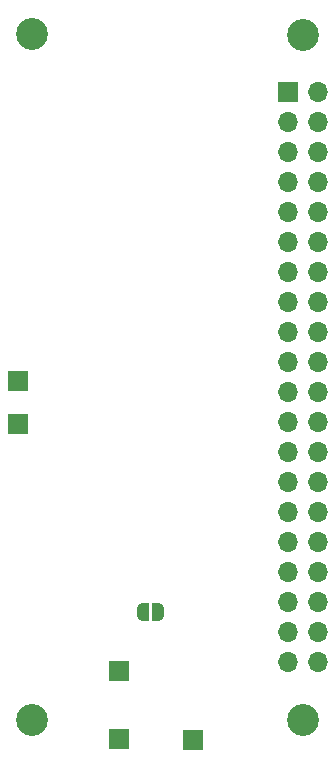
<source format=gbr>
%TF.GenerationSoftware,KiCad,Pcbnew,7.0.2-0*%
%TF.CreationDate,2024-01-15T07:51:27+01:00*%
%TF.ProjectId,dac,6461632e-6b69-4636-9164-5f7063625858,rev?*%
%TF.SameCoordinates,Original*%
%TF.FileFunction,Soldermask,Bot*%
%TF.FilePolarity,Negative*%
%FSLAX46Y46*%
G04 Gerber Fmt 4.6, Leading zero omitted, Abs format (unit mm)*
G04 Created by KiCad (PCBNEW 7.0.2-0) date 2024-01-15 07:51:27*
%MOMM*%
%LPD*%
G01*
G04 APERTURE LIST*
G04 Aperture macros list*
%AMFreePoly0*
4,1,19,0.000000,0.744911,0.071157,0.744911,0.207708,0.704816,0.327430,0.627875,0.420627,0.520320,0.479746,0.390866,0.500000,0.250000,0.500000,-0.250000,0.479746,-0.390866,0.420627,-0.520320,0.327430,-0.627875,0.207708,-0.704816,0.071157,-0.744911,0.000000,-0.744911,0.000000,-0.750000,-0.500000,-0.750000,-0.500000,0.750000,0.000000,0.750000,0.000000,0.744911,0.000000,0.744911,
$1*%
%AMFreePoly1*
4,1,19,0.500000,-0.750000,0.000000,-0.750000,0.000000,-0.744911,-0.071157,-0.744911,-0.207708,-0.704816,-0.327430,-0.627875,-0.420627,-0.520320,-0.479746,-0.390866,-0.500000,-0.250000,-0.500000,0.250000,-0.479746,0.390866,-0.420627,0.520320,-0.327430,0.627875,-0.207708,0.704816,-0.071157,0.744911,0.000000,0.744911,0.000000,0.750000,0.500000,0.750000,0.500000,-0.750000,0.500000,-0.750000,
$1*%
G04 Aperture macros list end*
%ADD10FreePoly0,180.000000*%
%ADD11FreePoly1,180.000000*%
%ADD12R,1.700000X1.700000*%
%ADD13O,1.700000X1.700000*%
%ADD14C,2.700000*%
G04 APERTURE END LIST*
D10*
%TO.C,NT2*%
X56500000Y-100650000D03*
D11*
X57800000Y-100650000D03*
%TD*%
D12*
%TO.C,J1*%
X68800000Y-56650000D03*
D13*
X71340000Y-56650000D03*
X68800000Y-59190000D03*
X71340000Y-59190000D03*
X68800000Y-61730000D03*
X71340000Y-61730000D03*
X68800000Y-64270000D03*
X71340000Y-64270000D03*
X68800000Y-66810000D03*
X71340000Y-66810000D03*
X68800000Y-69350000D03*
X71340000Y-69350000D03*
X68800000Y-71890000D03*
X71340000Y-71890000D03*
X68800000Y-74430000D03*
X71340000Y-74430000D03*
X68800000Y-76970000D03*
X71340000Y-76970000D03*
X68800000Y-79510000D03*
X71340000Y-79510000D03*
X68800000Y-82050000D03*
X71340000Y-82050000D03*
X68800000Y-84590000D03*
X71340000Y-84590000D03*
X68800000Y-87130000D03*
X71340000Y-87130000D03*
X68800000Y-89670000D03*
X71340000Y-89670000D03*
X68800000Y-92210000D03*
X71340000Y-92210000D03*
X68800000Y-94750000D03*
X71340000Y-94750000D03*
X68800000Y-97290000D03*
X71340000Y-97290000D03*
X68800000Y-99830000D03*
X71340000Y-99830000D03*
X68800000Y-102370000D03*
X71340000Y-102370000D03*
X68800000Y-104910000D03*
X71340000Y-104910000D03*
%TD*%
D14*
%TO.C,H4*%
X47066200Y-109778800D03*
%TD*%
%TO.C,H3*%
X70078600Y-109778800D03*
%TD*%
%TO.C,H2*%
X70078600Y-51790600D03*
%TD*%
%TO.C,H1*%
X47066200Y-51765200D03*
%TD*%
D12*
%TO.C,J7*%
X60725000Y-111475000D03*
%TD*%
%TO.C,J3*%
X45920000Y-81080000D03*
%TD*%
%TO.C,J8*%
X54500000Y-111425000D03*
%TD*%
%TO.C,J2*%
X45920000Y-84730000D03*
%TD*%
%TO.C,J6*%
X54475000Y-105650000D03*
%TD*%
M02*

</source>
